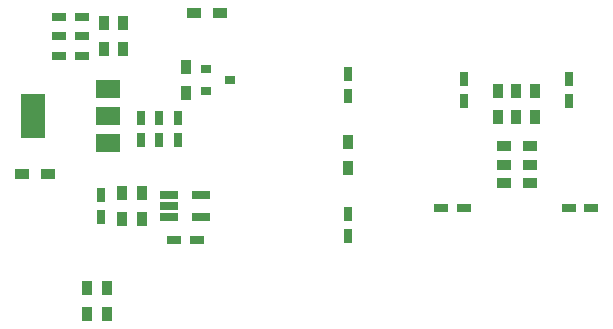
<source format=gbr>
G04 #@! TF.GenerationSoftware,KiCad,Pcbnew,(5.1.4)-1*
G04 #@! TF.CreationDate,2019-12-04T08:55:51-06:00*
G04 #@! TF.ProjectId,motor_control,6d6f746f-725f-4636-9f6e-74726f6c2e6b,rev?*
G04 #@! TF.SameCoordinates,Original*
G04 #@! TF.FileFunction,Paste,Bot*
G04 #@! TF.FilePolarity,Positive*
%FSLAX46Y46*%
G04 Gerber Fmt 4.6, Leading zero omitted, Abs format (unit mm)*
G04 Created by KiCad (PCBNEW (5.1.4)-1) date 2019-12-04 08:55:51*
%MOMM*%
%LPD*%
G04 APERTURE LIST*
%ADD10R,1.200000X0.750000*%
%ADD11R,0.750000X1.200000*%
%ADD12R,0.900000X0.800000*%
%ADD13R,0.900000X1.200000*%
%ADD14R,1.200000X0.900000*%
%ADD15R,1.560000X0.650000*%
%ADD16R,2.000000X1.500000*%
%ADD17R,2.000000X3.800000*%
G04 APERTURE END LIST*
D10*
X143118800Y-104546400D03*
X145018800Y-104546400D03*
D11*
X136956800Y-102600800D03*
X136956800Y-100700800D03*
X157835600Y-90439200D03*
X157835600Y-92339200D03*
X157835600Y-104175600D03*
X157835600Y-102275600D03*
X176530000Y-92745600D03*
X176530000Y-90845600D03*
D10*
X178445200Y-101803200D03*
X176545200Y-101803200D03*
D11*
X167640000Y-92745600D03*
X167640000Y-90845600D03*
D10*
X165724800Y-101803200D03*
X167624800Y-101803200D03*
X133416000Y-85648800D03*
X135316000Y-85648800D03*
X135316000Y-87274400D03*
X133416000Y-87274400D03*
X133416000Y-88950800D03*
X135316000Y-88950800D03*
D11*
X140309600Y-94147600D03*
X140309600Y-96047600D03*
X141884400Y-96047600D03*
X141884400Y-94147600D03*
X143459200Y-94147600D03*
X143459200Y-96047600D03*
D12*
X147862800Y-90982800D03*
X145862800Y-90032800D03*
X145862800Y-91932800D03*
D13*
X140411200Y-100550800D03*
X140411200Y-102750800D03*
X138684000Y-102750800D03*
X138684000Y-100550800D03*
X137464800Y-110777200D03*
X137464800Y-108577200D03*
X135737600Y-108577200D03*
X135737600Y-110777200D03*
X144119600Y-89882800D03*
X144119600Y-92082800D03*
D14*
X144848400Y-85293200D03*
X147048400Y-85293200D03*
D13*
X137160000Y-86174400D03*
X137160000Y-88374400D03*
X138828599Y-86175399D03*
X138828599Y-88375399D03*
D14*
X130218000Y-98907600D03*
X132418000Y-98907600D03*
D13*
X170535600Y-94114800D03*
X170535600Y-91914800D03*
D14*
X171061200Y-99720400D03*
X173261200Y-99720400D03*
D13*
X172110400Y-91914800D03*
X172110400Y-94114800D03*
X173685200Y-94114800D03*
X173685200Y-91914800D03*
D14*
X173261200Y-98145600D03*
X171061200Y-98145600D03*
X171061200Y-96570800D03*
X173261200Y-96570800D03*
D13*
X157835600Y-96232800D03*
X157835600Y-98432800D03*
D15*
X145418800Y-102600800D03*
X145418800Y-100700800D03*
X142718800Y-100700800D03*
X142718800Y-101650800D03*
X142718800Y-102600800D03*
D16*
X137516000Y-91680000D03*
X137516000Y-96280000D03*
X137516000Y-93980000D03*
D17*
X131216000Y-93980000D03*
M02*

</source>
